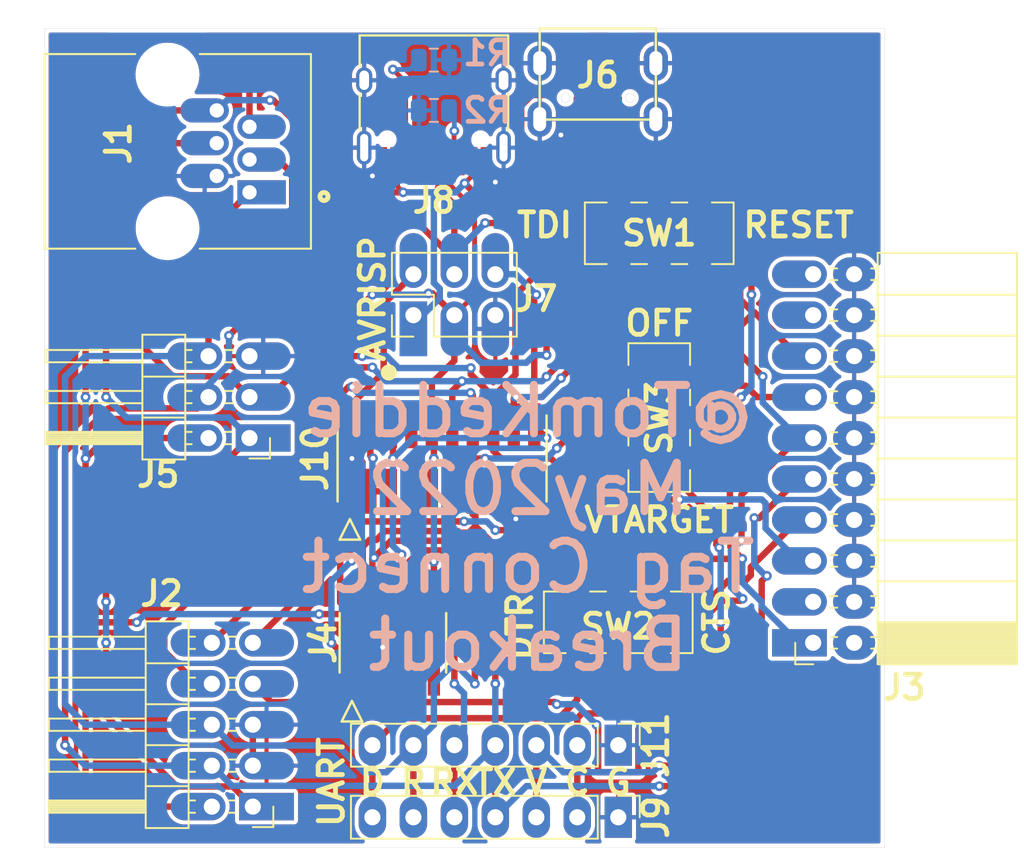
<source format=kicad_pcb>
(kicad_pcb (version 20211014) (generator pcbnew)
  (layers (0 "F.Cu" signal) (31 "B.Cu" signal) (34 "B.Paste" user) (35 "F.Paste" user) (36 "B.SilkS" user "B.Silkscreen") (37 "F.SilkS" user "F.Silkscreen") (38 "B.Mask" user) (39 "F.Mask" user) (44 "Edge.Cuts" user))
  (net 0 "")
  (net 1 "10-6")
  (net 2 "6-3")
  (net 3 "10-2")
  (net 4 "10-1")
  (net 5 "10-7")
  (net 6 "10-8")
  (net 7 "10-9")
  (net 8 "10-10")
  (net 9 "JTAG_VCC")
  (net 20 "UART_CTS")
  (net 21 "/UART_VCC_SW")
  (net 22 "UART_DTR")
  (net 34 "10-4")
  (net 35 "10-3")
  (net 36 "/USB_CC1")
  (net 37 "/USB_CC2")
  (footprint "tom-connectors:RJ12-6P-6C-SMD-RJE0166001" (layer "F.Cu") (at 43.18 88.9 -90)
    (fp_text reference "J1")
    (fp_text value "6_RJ12")
  )
  (footprint "tom-connectors:PinHeader_2x05_P2.54mm_Horizontal" (layer "F.Cu") (at 48.4675 129.54 180)
    (fp_text reference "J2")
    (fp_text value "Conn_02x05_Odd_Even")
  )
  (footprint "tom-connectors:USB_C_Receptacle_GT-USB-7010" (layer "F.Cu") (at 59.69 86.36 180)
    (fp_text reference "J8")
    (fp_text value "USB_C_Receptacle_USB2.0")
  )
  (footprint "tom-connectors:PinHeader_1x07_P2.54mm_Vertical" (layer "F.Cu") (at 71.12 130.2 -90)
    (fp_text reference "J9")
    (fp_text value "UART1")
  )
  (footprint "tom-mechanical:SW_DPDT_SMD" (layer "F.Cu") (at 73.66 93.98)
    (fp_text reference "SW1")
    (fp_text value "SW_DPDT_x2")
  )
  (footprint "tom-connectors:PinHeader_1x07_P2.54mm_Vertical" (layer "F.Cu") (at 71.12 125.73 -90)
    (fp_text reference "J11")
    (fp_text value "UART2")
  )
  (footprint "tom-connectors:FTSH-105-01-F-DV-K" (layer "F.Cu") (at 57.15 119.38)
    (fp_text reference "J4")
    (fp_text value "CORTEX10")
  )
  (footprint "tom-connectors:PinHeader_2x03_P2.54mm_Horizontal" (layer "F.Cu") (at 48.26 106.68 180)
    (fp_text reference "J5")
    (fp_text value "6_IDC")
  )
  (footprint "tom-connectors:USB_MICRO_TAOBAO_SMD_PTH" (layer "F.Cu") (at 69.85 81.28 180)
    (fp_text reference "J6")
    (fp_text value "6_USB" hide)
  )
  (footprint "tom-connectors:PinSocket_2x10_P2.54mm_Horizontal" (layer "F.Cu") (at 83.2 119.38 180)
    (fp_text reference "J3")
    (fp_text value "6_JTAG20")
  )
  (footprint "tom-connectors:FTSH-110-01-F-DV-K" (layer "F.Cu") (at 60.198 107.95)
    (fp_text reference "J10")
    (fp_text value "CORTEX20")
  )
  (footprint "tom-connectors:PinHeader_2x03_P2.54mm_Vertical" (layer "F.Cu") (at 58.42 99.06 90)
    (fp_text reference "J7")
    (fp_text value "6_AVR_ISP")
  )
  (footprint "tom-mechanical:SW_DPDT_SMD" (layer "F.Cu") (at 73.66 105.41 90)
    (fp_text reference "SW3")
    (fp_text value "SW_DPDT_x2")
  )
  (footprint "tom-mechanical:SW_DPDT_SMD" (layer "F.Cu") (at 71.12 118.11 180)
    (fp_text reference "SW2")
    (fp_text value "SW_DPDT_x2")
  )
  (footprint "tom-passives:R_0805_2012Metric" (layer "B.Cu") (at 59.69 83.24 180)
    (fp_text reference "R1")
    (fp_text value "5.1k")
  )
  (footprint "tom-passives:R_0805_2012Metric" (layer "B.Cu") (at 59.69 86.36 180)
    (fp_text reference "R2")
    (fp_text value "5.1k")
  )
  (gr_circle (center 56.896 102.616) (end 57.146 102.616) (layer "F.SilkS") (width 0.5) (fill none))
  (gr_line (start 87.63 132.08) (end 87.63 81.28) (layer "Edge.Cuts") (width 0.02))
  (gr_line (start 35.56 81.28) (end 35.56 132.08) (layer "Edge.Cuts") (width 0.02))
  (gr_line (start 87.63 81.28) (end 35.56 81.28) (layer "Edge.Cuts") (width 0.02))
  (gr_line (start 35.56 132.08) (end 87.63 132.08) (layer "Edge.Cuts") (width 0.02))
  (gr_text "@TomKeddie\nMay2022\nTag Connect\nBreakout" (at 65.532 112.268) (layer "B.SilkS") (effects (font (size 3 3) (thickness 0.5)) (justify mirror)))
  (gr_text "RX" (at 60.96 128.016) (layer "F.SilkS") (effects (font (size 1.5 1.5) (thickness 0.3))))
  (gr_text "VTARGET" (at 73.66 111.76) (layer "F.SilkS") (effects (font (size 1.5 1.5) (thickness 0.3))))
  (gr_text "TX" (at 63.5 128.016) (layer "F.SilkS") (effects (font (size 1.5 1.5) (thickness 0.3))))
  (gr_text "G" (at 71.12 128.016) (layer "F.SilkS") (effects (font (size 1.5 1.5) (thickness 0.3))))
  (gr_text "D" (at 55.88 128.016) (layer "F.SilkS") (effects (font (size 1.5 1.5) (thickness 0.3))))
  (gr_text "UART" (at 53.34 128.016 90) (layer "F.SilkS") (effects (font (size 1.5 1.5) (thickness 0.3))))
  (gr_text "C" (at 68.58 128.016) (layer "F.SilkS") (effects (font (size 1.5 1.5) (thickness 0.3))))
  (gr_text "CTS" (at 77.216 118.11 90) (layer "F.SilkS") (effects (font (size 1.5 1.5) (thickness 0.3))))
  (gr_text "AVRISP" (at 55.88 98.044 90) (layer "F.SilkS") (effects (font (size 1.5 1.5) (thickness 0.3))))
  (gr_text "TDI" (at 66.548 93.472) (layer "F.SilkS") (effects (font (size 1.5 1.5) (thickness 0.3))))
  (gr_text "DTR" (at 65.024 118.364 90) (layer "F.SilkS") (effects (font (size 1.5 1.5) (thickness 0.3))))
  (gr_text "OFF" (at 73.66 99.568) (layer "F.SilkS") (effects (font (size 1.5 1.5) (thickness 0.3))))
  (gr_text "R" (at 58.42 128.016) (layer "F.SilkS") (effects (font (size 1.5 1.5) (thickness 0.3))))
  (gr_text "V" (at 66.04 128.016) (layer "F.SilkS") (effects (font (size 1.5 1.5) (thickness 0.3))))
  (gr_text "RESET" (at 82.296 93.472) (layer "F.SilkS") (effects (font (size 1.5 1.5) (thickness 0.3))))
  (segment (start 83.2 104.14) (end 79.729245 104.14) (width 0.4) (layer "F.Cu") (net 1))
  (segment (start 45.72 101.6) (end 45.72 93.98) (width 0.4) (layer "F.Cu") (net 1))
  (segment (start 62.23 115.357164) (end 60.524238 113.651402) (width 0.4) (layer "F.Cu") (net 1))
  (segment (start 57.639489 115.703889) (end 57.639489 113.955427) (width 0.4) (layer "F.Cu") (net 1))
  (segment (start 57.15 106.045) (end 57.023 105.918) (width 0.4) (layer "F.Cu") (net 1))
  (segment (start 79.729245 104.14) (end 79.029744 103.440499) (width 0.4) (layer "F.Cu") (net 1))
  (segment (start 58.855762 113.651402) (end 57.639489 114.867675) (width 0.4) (layer "F.Cu") (net 1))
  (segment (start 65.913 105.918) (end 66.675 106.68) (width 0.4) (layer "F.Cu") (net 1))
  (segment (start 66.04 97.79) (end 65.913 97.917) (width 0.4) (layer "F.Cu") (net 1))
  (segment (start 57.639489 115.703889) (end 57.15 116.193378) (width 0.4) (layer "F.Cu") (net 1))
  (segment (start 77.979777 103.910978) (end 67.920022 103.910978) (width 0.4) (layer "F.Cu") (net 1))
  (segment (start 57.639489 114.867675) (end 57.639489 115.703889) (width 0.4) (layer "F.Cu") (net 1))
  (segment (start 79.029744 103.440499) (end 78.450256 103.440499) (width 0.4) (layer "F.Cu") (net 1))
  (segment (start 57.639489 113.955427) (end 57.688899 113.906017) (width 0.4) (layer "F.Cu") (net 1))
  (segment (start 58.42 130.2) (end 58.42 125.73) (width 0.4) (layer "F.Cu") (net 1))
  (segment (start 45.72 93.98) (end 48.26 91.44) (width 0.4) (layer "F.Cu") (net 1))
  (segment (start 67.920022 103.910978) (end 65.913 105.918) (width 0.4) (layer "F.Cu") (net 1))
  (segment (start 62.23 121.92) (end 62.23 115.357164) (width 0.4) (layer "F.Cu") (net 1))
  (segment (start 57.15 107.95) (end 57.15 106.045) (width 0.4) (layer "F.Cu") (net 1))
  (segment (start 78.450256 103.440499) (end 77.979777 103.910978) (width 0.4) (layer "F.Cu") (net 1))
  (segment (start 57.15 116.193378) (end 57.15 117.602) (width 0.4) (layer "F.Cu") (net 1))
  (segment (start 60.524238 113.651402) (end 58.855762 113.651402) (width 0.4) (layer "F.Cu") (net 1))
  (segment (start 65.913 97.917) (end 65.913 105.918) (width 0.4) (layer "F.Cu") (net 1))
  (via (at 57.688899 113.906017) (size 0.6) (drill 0.3) (layers "F.Cu" "B.Cu") (net 1))
  (via (at 62.23 121.92) (size 0.6) (drill 0.3) (layers "F.Cu" "B.Cu") (net 1))
  (via (at 66.675 106.68) (size 0.6) (drill 0.3) (layers "F.Cu" "B.Cu") (net 1))
  (via (at 66.04 97.79) (size 0.6) (drill 0.3) (layers "F.Cu" "B.Cu") (net 1))
  (via (at 57.15 107.95) (size 0.6) (drill 0.3) (layers "F.Cu" "B.Cu") (net 1))
  (segment (start 47.21798 125.75048) (end 53.708392 125.75048) (width 0.4) (layer "B.Cu") (net 1))
  (segment (start 36.83 123.19) (end 36.83 102.87) (width 0.4) (layer "B.Cu") (net 1))
  (segment (start 64.77 96.52) (end 66.04 97.79) (width 0.4) (layer "B.Cu") (net 1))
  (segment (start 58.42 125.73) (end 59.69 124.46) (width 0.4) (layer "B.Cu") (net 1))
  (segment (start 60.96 120.65) (end 59.69 121.92) (width 0.4) (layer "B.Cu") (net 1))
  (segment (start 62.23 121.92) (end 60.96 120.65) (width 0.4) (layer "B.Cu") (net 1))
  (segment (start 36.83 102.87) (end 38.1 101.6) (width 0.4) (layer "B.Cu") (net 1))
  (segment (start 57.15 113.367118) (end 57.688899 113.906017) (width 0.4) (layer "B.Cu") (net 1))
  (segment (start 45.9275 124.46) (end 47.21798 125.75048) (width 0.4) (layer "B.Cu") (net 1))
  (segment (start 59.69 121.92) (end 59.69 123.19) (width 0.4) (layer "B.Cu") (net 1))
  (segment (start 56.74548 127.40452) (end 58.42 125.73) (width 0.4) (layer "B.Cu") (net 1))
  (segment (start 38.1 101.6) (end 45.72 101.6) (width 0.4) (layer "B.Cu") (net 1))
  (segment (start 58.42 106.68) (end 57.15 107.95) (width 0.4) (layer "B.Cu") (net 1))
  (segment (start 38.1 124.46) (end 36.83 123.19) (width 0.4) (layer "B.Cu") (net 1))
  (segment (start 55.362432 127.40452) (end 56.74548 127.40452) (width 0.4) (layer "B.Cu") (net 1))
  (segment (start 53.708392 125.75048) (end 55.362432 127.40452) (width 0.4) (layer "B.Cu") (net 1))
  (segment (start 45.9275 124.46) (end 38.1 124.46) (width 0.4) (layer "B.Cu") (net 1))
  (segment (start 57.15 107.95) (end 57.15 113.367118) (width 0.4) (layer "B.Cu") (net 1))
  (segment (start 63.5 96.52) (end 64.77 96.52) (width 0.4) (layer "B.Cu") (net 1))
  (segment (start 59.69 124.46) (end 59.69 123.19) (width 0.4) (layer "B.Cu") (net 1))
  (segment (start 66.675 106.68) (end 58.42 106.68) (width 0.4) (layer "B.Cu") (net 1))
  (segment (start 41.005479 100.352567) (end 41.005479 89.804521) (width 0.4) (layer "F.Cu") (net 2))
  (segment (start 73.66 92.44) (end 71.485 94.615) (width 0.4) (layer "F.Cu") (net 2))
  (segment (start 62.215499 97.804501) (end 60.96 99.06) (width 0.3) (layer "F.Cu") (net 2))
  (segment (start 41.005479 89.804521) (end 42.418 88.392) (width 0.4) (layer "F.Cu") (net 2))
  (segment (start 73.66 90.44) (end 73.66 91.44) (width 0.4) (layer "F.Cu") (net 2))
  (segment (start 60.44 88.285978) (end 60.439511 88.285489) (width 0.3) (layer "F.Cu") (net 2))
  (segment (start 49.53 104.14) (end 55.88 97.79) (width 0.4) (layer "F.Cu") (net 2))
  (segment (start 70.225978 94.615) (end 66.675 98.165978) (width 0.4) (layer "F.Cu") (net 2))
  (segment (start 60.96 118.872) (end 59.69 117.602) (width 0.4) (layer "F.Cu") (net 2))
  (segment (start 60.96 121.92) (end 60.96 118.872) (width 0.4) (layer "F.Cu") (net 2))
  (segment (start 43.502432 102.84952) (end 41.005479 100.352567) (width 0.4) (layer "F.Cu") (net 2))
  (segment (start 66.675 98.165978) (end 66.675 101.5355) (width 0.4) (layer "F.Cu") (net 2))
  (segment (start 59.44 88.285978) (end 59.44 89.51) (width 0.3) (layer "F.Cu") (net 2))
  (segment (start 59.610498 97.710498) (end 60.96 99.06) (width 0.4) (layer "F.Cu") (net 2))
  (segment (start 59.69 106.045) (end 59.563 105.918) (width 0.4) (layer "F.Cu") (net 2))
  (segment (start 46.96952 102.84952) (end 43.502432 102.84952) (width 0.4) (layer "F.Cu") (net 2))
  (segment (start 60.439511 88.285489) (end 59.440489 88.285489) (width 0.3) (layer "F.Cu") (net 2))
  (segment (start 42.418 88.392) (end 46.228 88.392) (width 0.4) (layer "F.Cu") (net 2))
  (segment (start 70.5 86.84) (end 70.5 88.514022) (width 0.4) (layer "F.Cu") (net 2))
  (segment (start 70.550489 88.564511) (end 71.784511 88.564511) (width 0.4) (layer "F.Cu") (net 2))
  (segment (start 59.69 117.602) (end 59.69 114.350902) (width 0.4) (layer "F.Cu") (net 2))
  (segment (start 59.69 107.95) (end 59.69 106.045) (width 0.4) (layer "F.Cu") (net 2))
  (segment (start 71.784511 88.564511) (end 73.66 90.44) (width 0.4) (layer "F.Cu") (net 2))
  (segment (start 73.66 91.44) (end 73.66 92.44) (width 0.4) (layer "F.Cu") (net 2))
  (segment (start 70.5 88.514022) (end 70.550489 88.564511) (width 0.4) (layer "F.Cu") (net 2))
  (segment (start 59.563 105.918) (end 59.563 103.277755) (width 0.4) (layer "F.Cu") (net 2))
  (segment (start 60.96 101.880755) (end 60.96 99.06) (width 0.4) (layer "F.Cu") (net 2))
  (segment (start 62.215499 92.509521) (end 62.215499 97.804501) (width 0.3) (layer "F.Cu") (net 2))
  (segment (start 48.26 104.14) (end 46.96952 102.84952) (width 0.4) (layer "F.Cu") (net 2))
  (segment (start 59.355464 97.710498) (end 59.610498 97.710498) (width 0.4) (layer "F.Cu") (net 2))
  (segment (start 59.563 103.277755) (end 60.96 101.880755) (width 0.4) (layer "F.Cu") (net 2))
  (segment (start 59.440489 88.285489) (end 59.44 88.285978) (width 0.3) (layer "F.Cu") (net 2))
  (segment (start 71.485 94.615) (end 70.225978 94.615) (width 0.4) (layer "F.Cu") (net 2))
  (segment (start 48.26 104.14) (end 49.53 104.14) (width 0.4) (layer "F.Cu") (net 2))
  (segment (start 60.96 130.2) (end 60.96 125.73) (width 0.4) (layer "F.Cu") (net 2))
  (segment (start 60.44 89.51) (end 60.44 90.734022) (width 0.3) (layer "F.Cu") (net 2))
  (segment (start 60.44 90.734022) (end 62.215499 92.509521) (width 0.3) (layer "F.Cu") (net 2))
  (segment (start 60.44 89.51) (end 60.44 88.285978) (width 0.3) (layer "F.Cu") (net 2))
  (via (at 59.69 114.350902) (size 0.6) (drill 0.3) (layers "F.Cu" "B.Cu") (net 2))
  (via (at 60.96 121.92) (size 0.6) (drill 0.3) (layers "F.Cu" "B.Cu") (net 2))
  (via (at 55.88 97.79) (size 0.6) (drill 0.3) (layers "F.Cu" "B.Cu") (net 2))
  (via (at 59.69 107.95) (size 0.6) (drill 0.3) (layers "F.Cu" "B.Cu") (net 2))
  (via (at 66.675 101.5355) (size 0.6) (drill 0.3) (layers "F.Cu" "B.Cu") (net 2))
  (via (at 59.355464 97.710498) (size 0.6) (drill 0.3) (layers "F.Cu" "B.Cu") (net 2))
  (segment (start 59.69 107.95) (end 59.69 114.350902) (width 0.4) (layer "B.Cu") (net 2))
  (segment (start 60.96 99.06) (end 60.96 100.33) (width 0.4) (layer "B.Cu") (net 2))
  (segment (start 55.88 97.79) (end 59.275962 97.79) (width 0.4) (layer "B.Cu") (net 2))
  (segment (start 65.417644 102.00952) (end 65.891664 101.5355) (width 0.4) (layer "B.Cu") (net 2))
  (segment (start 61.559511 122.519511) (end 60.96 121.92) (width 0.4) (layer "B.Cu") (net 2))
  (segment (start 59.275962 97.79) (end 59.355464 97.710498) (width 0.4) (layer "B.Cu") (net 2))
  (segment (start 60.96 125.73) (end 61.559511 125.130489) (width 0.4) (layer "B.Cu") (net 2))
  (segment (start 62.63952 102.00952) (end 65.417644 102.00952) (width 0.4) (layer "B.Cu") (net 2))
  (segment (start 61.559511 125.130489) (end 61.559511 122.519511) (width 0.4) (layer "B.Cu") (net 2))
  (segment (start 65.891664 101.5355) (end 66.675 101.5355) (width 0.4) (layer "B.Cu") (net 2))
  (segment (start 60.96 100.33) (end 62.63952 102.00952) (width 0.4) (layer "B.Cu") (net 2))
  (segment (start 48.26 87.376) (end 48.26 85.09) (width 0.4) (layer "F.Cu") (net 3))
  (segment (start 62.263545 112.14779) (end 62.263545 110.142545) (width 0.4) (layer "F.Cu") (net 3))
  (segment (start 38.1 119.38) (end 38.1 128.27) (width 0.4) (layer "F.Cu") (net 3))
  (segment (start 54.483 105.918) (end 54.483 104.685745) (width 0.4) (layer "F.Cu") (net 3))
  (segment (start 53.702489 106.698511) (end 54.483 105.918) (width 0.4) (layer "F.Cu") (net 3))
  (segment (start 56.579501 98.360499) (end 58.42 96.52) (width 0.4) (layer "F.Cu") (net 3))
  (segment (start 39.957021 81.962979) (end 45.132979 81.962979) (width 0.4) (layer "F.Cu") (net 3))
  (segment (start 38.1 83.82) (end 39.957021 81.962979) (width 0.4) (layer "F.Cu") (net 3))
  (segment (start 45.72 106.68) (end 39.37 106.68) (width 0.4) (layer "F.Cu") (net 3))
  (segment (start 82.266186 111.76) (end 79.339511 114.686675) (width 0.4) (layer "F.Cu") (net 3))
  (segment (start 54.61 117.602) (end 53.881478 116.873478) (width 0.4) (layer "F.Cu") (net 3))
  (segment (start 62.263545 112.142613) (end 61.853788 112.55237) (width 0.4) (layer "F.Cu") (net 3))
  (segment (start 54.483 104.685745) (end 56.579501 102.589244) (width 0.4) (layer "F.Cu") (net 3))
  (segment (start 54.61 117.602) (end 52.578 117.602) (width 0.4) (layer "F.Cu") (net 3))
  (segment (start 56.579501 102.589244) (end 56.579501 98.360499) (width 0.4) (layer "F.Cu") (net 3))
  (segment (start 53.702489 114.138217) (end 53.702489 106.698511) (width 0.4) (layer "F.Cu") (net 3))
  (segment (start 61.2743 112.55237) (end 61.17431 112.45238) (width 0.4) (layer "F.Cu") (net 3))
  (segment (start 73.259511 117.510489) (end 71.12 119.65) (width 0.4) (layer "F.Cu") (net 3))
  (segment (start 71.12 119.65) (end 71.12 120.65) (width 0.4) (layer "F.Cu") (net 3))
  (segment (start 55.705715 112.99451) (end 55.28049 113.419735) (width 0.4) (layer "F.Cu") (net 3))
  (segment (start 62.263545 110.142545) (end 62.103 109.982) (width 0.4) (layer "F.Cu") (net 3))
  (segment (start 41.275 118.11) (end 38.1 118.11) (width 0.4) (layer "F.Cu") (net 3))
  (segment (start 45.132979 81.962979) (end 48.26 85.09) (width 0.4) (layer "F.Cu") (net 3))
  (segment (start 54.61 115.7034) (end 54.61 117.602) (width 0.4) (layer "F.Cu") (net 3))
  (segment (start 38.1 128.27) (end 39.37 129.54) (width 0.4) (layer "F.Cu") (net 3))
  (segment (start 55.28049 113.419735) (end 55.28049 115.03291) (width 0.4) (layer "F.Cu") (net 3))
  (segment (start 38.1 118.11) (end 38.1 119.38) (width 0.4) (layer "F.Cu") (net 3))
  (segment (start 39.37 106.68) (end 38.1 107.95) (width 0.4) (layer "F.Cu") (net 3))
  (segment (start 61.853788 112.55237) (end 61.2743 112.55237) (width 0.4) (layer "F.Cu") (net 3))
  (segment (start 39.37 129.54) (end 45.9275 129.54) (width 0.4) (layer "F.Cu") (net 3))
  (segment (start 61.17431 112.45238) (end 56.670456 112.45238) (width 0.4) (layer "F.Cu") (net 3))
  (segment (start 53.881478 116.873478) (end 53.881478 114.317206) (width 0.4) (layer "F.Cu") (net 3))
  (segment (start 75.951675 117.510489) (end 73.259511 117.510489) (width 0.4) (layer "F.Cu") (net 3))
  (segment (start 79.339511 115.183325) (end 78.988325 115.534511) (width 0.4) (layer "F.Cu") (net 3))
  (segment (start 77.927653 115.534511) (end 75.951675 117.510489) (width 0.4) (layer "F.Cu") (net 3))
  (segment (start 68.939511 117.469511) (end 67.585266 117.469511) (width 0.4) (layer "F.Cu") (net 3))
  (segment (start 38.1 83.82) (end 38.1 104.14) (width 0.4) (layer "F.Cu") (net 3))
  (segment (start 62.103 109.982) (end 62.103 111.40258) (width 0.4) (layer "F.Cu") (net 3))
  (segment (start 62.103 111.40258) (end 62.263545 111.563125) (width 0.4) (layer "F.Cu") (net 3))
  (segment (start 56.670456 112.45238) (end 56.128326 112.99451) (width 0.4) (layer "F.Cu") (net 3))
  (segment (start 56.128326 112.99451) (end 55.705715 112.99451) (width 0.4) (layer "F.Cu") (net 3))
  (segment (start 67.585266 117.469511) (end 62.263545 112.14779) (width 0.4) (layer "F.Cu") (net 3))
  (segment (start 78.988325 115.534511) (end 77.927653 115.534511) (width 0.4) (layer "F.Cu") (net 3))
  (segment (start 83.2 111.76) (end 82.266186 111.76) (width 0.4) (layer "F.Cu") (net 3))
  (segment (start 38.1 107.95) (end 38.1 118.11) (width 0.4) (layer "F.Cu") (net 3))
  (segment (start 79.339511 114.686675) (end 79.339511 115.183325) (width 0.4) (layer "F.Cu") (net 3))
  (segment (start 53.881478 114.317206) (end 53.702489 114.138217) (width 0.4) (layer "F.Cu") (net 3))
  (segment (start 55.28049 115.03291) (end 54.61 115.7034) (width 0.4) (layer "F.Cu") (net 3))
  (segment (start 71.12 119.65) (end 68.939511 117.469511) (width 0.4) (layer "F.Cu") (net 3))
  (segment (start 62.263545 111.563125) (end 62.263545 112.142613) (width 0.4) (layer "F.Cu") (net 3))
  (via (at 38.1 107.95) (size 0.6) (drill 0.3) (layers "F.Cu" "B.Cu") (net 3))
  (via (at 41.275 118.11) (size 0.6) (drill 0.3) (layers "F.Cu" "B.Cu") (net 3))
  (via (at 52.578 117.602) (size 0.6) (drill 0.3) (layers "F.Cu" "B.Cu") (net 3))
  (via (at 38.1 104.14) (size 0.6) (drill 0.3) (layers "F.Cu" "B.Cu") (net 3))
  (segment (start 41.783 117.602) (end 41.275 118.11) (width 0.4) (layer "B.Cu") (net 3))
  (segment (start 52.578 117.602) (end 41.783 117.602) (width 0.4) (layer "B.Cu") (net 3))
  (segment (start 38.1 104.14) (end 38.1 107.95) (width 0.4) (layer "B.Cu") (net 3))
  (segment (start 70.819501 84.835479) (end 67.541608 84.835479) (width 0.4) (layer "F.Cu") (net 4))
  (segment (start 73.850489 89.540489) (end 77.109511 89.540489) (width 0.4) (layer "F.Cu") (net 4))
  (segment (start 57.44 91.095) (end 57.785 91.44) (width 0.3) (layer "F.Cu") (net 4))
  (segment (start 77.109511 89.540489) (end 79.375 91.805978) (width 0.4) (layer "F.Cu") (net 4))
  (segment (start 57.44 89.51) (end 57.44 91.095) (width 0.3) (layer "F.Cu") (net 4))
  (segment (start 66.976607 85.40048) (end 65.773854 85.40048) (width 0.4) (layer "F.Cu") (net 4))
  (segment (start 60.833 109.982) (end 60.833 108.185) (width 0.4) (layer "F.Cu") (net 4))
  (segment (start 63.789744 91.504501) (end 62.215981 91.504501) (width 0.4) (layer "F.Cu") (net 4))
  (segment (start 60.833 108.185) (end 61.068 107.95) (width 0.4) (layer "F.Cu") (net 4))
  (segment (start 61.068 107.95) (end 62.865 107.95) (width 0.4) (layer "F.Cu") (net 4))
  (segment (start 62.215981 91.504501) (end 61.595946 90.884466) (width 0.4) (layer "F.Cu") (net 4))
  (segment (start 68.58 105.150978) (end 68.58 106.41) (width 0.4) (layer "F.Cu") (net 4))
  (segment (start 76.2 105.41) (end 75.300489 104.510489) (width 0.4) (layer "F.Cu") (net 4))
  (segment (start 71.105479 85.121457) (end 70.819501 84.835479) (width 0.4) (layer "F.Cu") (net 4))
  (segment (start 40.64 109.22) (end 39.37 110.49) (width 0.4) (layer "F.Cu") (net 4))
  (segment (start 39.37 87.63) (end 39.37 104.14) (width 0.4) (layer "F.Cu") (net 4))
  (segment (start 75.300489 104.510489) (end 69.220489 104.510489) (width 0.4) (layer "F.Cu") (net 4))
  (segment (start 65.773854 85.40048) (end 65.10048 86.073854) (width 0.4) (layer "F.Cu") (net 4))
  (segment (start 65.10048 86.073854) (end 65.10048 90.193765) (width 0.4) (layer "F.Cu") (net 4))
  (segment (start 78.74 104.14) (end 77.47 105.41) (width 0.4) (layer "F.Cu") (net 4))
  (segment (start 71.15 86.84) (end 73.850489 89.540489) (width 0.4) (layer "F.Cu") (net 4))
  (segment (start 71.105479 86.795479) (end 71.105479 85.121457) (width 0.4) (layer "F.Cu") (net 4))
  (segment (start 71.15 86.84) (end 71.105479 86.795479) (width 0.4) (layer "F.Cu") (net 4))
  (segment (start 48.26 106.68) (end 45.72 109.22) (width 0.4) (layer "F.Cu") (net 4))
  (segment (start 39.37 123.909588) (end 43.750892 128.29048) (width 0.4) (layer "F.Cu") (net 4))
  (segment (start 43.750892 128.29048) (end 47.21798 128.29048) (width 0.4) (layer "F.Cu") (net 4))
  (segment (start 70.12 107.95) (end 71.12 107.95) (width 0.4) (layer "F.Cu") (net 4))
  (segment (start 62.24 89.51) (end 62.24 90.240412) (width 0.3) (layer "F.Cu") (net 4))
  (segment (start 47.21798 128.29048) (end 48.4675 129.54) (width 0.4) (layer "F.Cu") (net 4))
  (segment (start 49.53 85.725) (end 49.734666 85.725) (width 0.4) (layer "F.Cu") (net 4))
  (segment (start 45.72 109.22) (end 40.64 109.22) (width 0.4) (layer "F.Cu") (net 4))
  (segment (start 39.37 110.49) (end 39.37 116.84) (width 0.4) (layer "F.Cu") (net 4))
  (segment (start 67.31 107.315) (end 68.215 106.41) (width 0.4) (layer "F.Cu") (net 4))
  (segment (start 69.220489 104.510489) (end 68.58 105.150978) (width 0.4) (layer "F.Cu") (net 4))
  (segment (start 68.215 106.41) (end 68.58 106.41) (width 0.4) (layer "F.Cu") (net 4))
  (segment (start 40.64 86.36) (end 39.37 87.63) (width 0.4) (layer "F.Cu") (net 4))
  (segment (start 39.37 119.38) (end 39.37 123.909588) (width 0.4) (layer "F.Cu") (net 4))
  (segment (start 65.10048 90.193765) (end 63.789744 91.504501) (width 0.4) (layer "F.Cu") (net 4))
  (segment (start 62.24 90.240412) (end 61.595946 90.884466) (width 0.3) (layer "F.Cu") (net 4))
  (segment (start 68.58 106.41) (end 70.12 107.95) (width 0.4) (layer "F.Cu") (net 4))
  (segment (start 46.23 86.36) (end 40.64 86.36) (width 0.4) (layer "F.Cu") (net 4))
  (segment (start 49.734666 85.725) (end 55.449666 91.44) (width 0.4) (layer "F.Cu") (net 4))
  (segment (start 77.47 105.41) (end 76.2 105.41) (width 0.4) (layer "F.Cu") (net 4))
  (segment (start 55.449666 91.44) (end 57.785 91.44) (width 0.4) (layer "F.Cu") (net 4))
  (segment (start 67.541608 84.835479) (end 66.976607 85.40048) (width 0.4) (layer "F.Cu") (net 4))
  (segment (start 79.375 91.805978) (end 79.375 97.79) (width 0.4) (layer "F.Cu") (net 4))
  (via (at 78.74 104.14) (size 0.6) (drill 0.3) (layers "F.Cu" "B.Cu") (net 4))
  (via (at 49.53 85.725) (size 0.6) (drill 0.3) (layers "F.Cu" "B.Cu") (net 4))
  (via (at 39.37 104.14) (size 0.6) (drill 0.3) (layers "F.Cu" "B.Cu") (net 4))
  (via (at 62.865 107.95) (size 0.6) (drill 0.3) (layers "F.Cu" "B.Cu") (net 4))
  (via (at 39.37 116.84) (size 0.6) (drill 0.3) (layers "F.Cu" "B.Cu") (net 4))
  (via (at 57.785 91.44) (size 0.6) (drill 0.3) (layers "F.Cu" "B.Cu") (net 4))
  (via (at 39.37 119.38) (size 0.6) (drill 0.3) (layers "F.Cu" "B.Cu") (net 4))
  (via (at 61.595946 90.884466) (size 0.6) (drill 0.3) (layers "F.Cu" "B.Cu") (net 4))
  (via (at 79.375 97.79) (size 0.6) (drill 0.3) (layers "F.Cu" "B.Cu") (net 4))
  (via (at 67.31 107.315) (size 0.6) (drill 0.3) (layers "F.Cu" "B.Cu") (net 4))
  (segment (start 62.865 107.95) (end 66.675 107.95) (width 0.4) (layer "B.Cu") (net 4))
  (segment (start 60.054965 98.000242) (end 60.054965 97.420754) (width 0.4) (layer "B.Cu") (net 4))
  (segment (start 57.785 91.44) (end 61.040412 91.44) (width 0.4) (layer "B.Cu") (net 4))
  (segment (start 39.37 118.11) (end 39.37 119.38) (width 0.4) (layer "B.Cu") (net 4))
  (segment (start 66.675 107.95) (end 67.31 107.315) (width 0.4) (layer "B.Cu") (net 4))
  (segment (start 79.375 103.505) (end 78.74 104.14) (width 0.4) (layer "B.Cu") (net 4))
  (segment (start 58.995207 99.06) (end 60.054965 98.000242) (width 0.4) (layer "B.Cu") (net 4))
  (segment (start 46.23 86.36) (end 46.865 85.725) (width 0.4) (layer "B.Cu") (net 4))
  (segment (start 79.375 97.79) (end 79.375 103.505) (width 0.4) (layer "B.Cu") (net 4))
  (segment (start 40.64 105.41) (end 46.99 105.41) (width 0.4) (layer "B.Cu") (net 4))
  (segment (start 61.040412 91.44) (end 61.595946 90.884466) (width 0.4) (layer "B.Cu") (net 4))
  (segment (start 60.054965 97.420754) (end 59.69 97.055789) (width 0.4) (layer "B.Cu") (net 4))
  (segment (start 46.865 85.725) (end 49.53 85.725) (width 0.4) (layer "B.Cu") (net 4))
  (segment (start 39.37 104.14) (end 40.64 105.41) (width 0.4) (layer "B.Cu") (net 4))
  (segment (start 59.69 97.055789) (end 59.69 91.44) (width 0.4) (layer "B.Cu") (net 4))
  (segment (start 58.42 99.06) (end 58.995207 99.06) (width 0.4) (layer "B.Cu") (net 4))
  (segment (start 46.99 105.41) (end 48.26 106.68) (width 0.4) (layer "B.Cu") (net 4))
  (segment (start 39.37 116.84) (end 39.37 118.11) (width 0.4) (layer "B.Cu") (net 4))
  (segment (start 76.2 120.909022) (end 76.2 118.11) (width 0.4) (layer "F.Cu") (net 5))
  (segment (start 72.369511 124.739511) (end 76.2 120.909022) (width 0.4) (layer "F.Cu") (net 5))
  (segment (start 82.272912 106.68) (end 78.758758 110.194154) (width 0.4) (layer "F.Cu") (net 5))
  (segment (start 68.934244 101.6) (end 78.8045 101.6) (width 0.4) (layer "F.Cu") (net 5))
  (segment (start 49.603611 123.056111) (end 67.176111 123.056111) (width 0.4) (layer "F.Cu") (net 5))
  (segment (start 69.770498 124.46) (end 69.870489 124.559991) (width 0.4) (layer "F.Cu") (net 5))
  (segment (start 83.2 106.68) (end 82.272912 106.68) (width 0.4) (layer "F.Cu") (net 5))
  (segment (start 64.643 104.267) (end 64.643 105.918) (width 0.4) (layer "F.Cu") (net 5))
  (segment (start 67.176111 123.056111) (end 67.31 123.19) (width 0.4) (layer "F.Cu") (net 5))
  (segment (start 78.8045 101.6) (end 80.0745 102.87) (width 0.4) (layer "F.Cu") (net 5))
  (segment (start 72.369511 127.404511) (end 72.369511 124.739511) (width 0.4) (layer "F.Cu") (net 5))
  (segment (start 67.569373 102.964871) (end 68.934244 101.6) (width 0.4) (layer "F.Cu") (net 5))
  (segment (start 77.540979 116.769021) (end 78.71317 116.769021) (width 0.4) (layer "F.Cu") (net 5))
  (segment (start 69.870489 127.404511) (end 72.369511 127.404511) (width 0.4) (layer "F.Cu") (net 5))
  (segment (start 78.71317 116.769021) (end 78.831474 116.650717) (width 0.4) (layer "F.Cu") (net 5))
  (segment (start 78.758758 110.194154) (end 78.758758 113.025707) (width 0.4) (layer "F.Cu") (net 5))
  (segment (start 69.870489 124.559991) (end 69.870489 127.404511) (width 0.4) (layer "F.Cu") (net 5))
  (segment (start 64.77 104.14) (end 64.643 104.267) (width 0.4) (layer "F.Cu") (net 5))
  (segment (start 48.4675 121.92) (end 49.603611 123.056111) (width 0.4) (layer "F.Cu") (net 5))
  (segment (start 76.2 118.11) (end 77.540979 116.769021) (width 0.4) (layer "F.Cu") (net 5))
  (via (at 69.770498 124.46) (size 0.6) (drill 0.3) (layers "F.Cu" "B.Cu") (net 5))
  (via (at 64.77 104.14) (size 0.6) (drill 0.3) (layers "F.Cu" "B.Cu") (net 5))
  (via (at 67.569373 102.964871) (size 0.6) (drill 0.3) (layers "F.Cu" "B.Cu") (net 5))
  (via (at 80.0745 102.87) (size 0.6) (drill 0.3) (layers "F.Cu" "B.Cu") (net 5))
  (via (at 67.31 123.19) (size 0.6) (drill 0.3) (layers "F.Cu" "B.Cu") (net 5))
  (via (at 78.831474 116.650717) (size 0.6) (drill 0.3) (layers "F.Cu" "B.Cu") (net 5))
  (via (at 78.758758 113.025707) (size 0.6) (drill 0.3) (layers "F.Cu" "B.Cu") (net 5))
  (segment (start 80.0745 104.481588) (end 80.0745 102.87) (width 0.4) (layer "B.Cu") (net 5))
  (segment (start 67.31 123.19) (end 68.500498 123.19) (width 0.4) (layer "B.Cu") (net 5))
  (segment (start 82.272912 106.68) (end 80.0745 104.481588) (width 0.4) (layer "B.Cu") (net 5))
  (segment (start 78.105 115.924243) (end 78.831474 116.650717) (width 0.4) (layer "B.Cu") (net 5))
  (segment (start 64.77 104.14) (end 66.394245 104.14) (width 0.4) (layer "B.Cu") (net 5))
  (segment (start 83.2 106.68) (end 82.272912 106.68) (width 0.4) (layer "B.Cu") (net 5))
  (segment (start 68.500498 123.19) (end 69.770498 124.46) (width 0.4) (layer "B.Cu") (net 5))
  (segment (start 78.758758 113.025707) (end 78.105 113.679465) (width 0.4) (layer "B.Cu") (net 5))
  (segment (start 66.394245 104.14) (end 67.569373 102.964871) (width 0.4) (layer "B.Cu") (net 5))
  (segment (start 78.105 113.679465) (end 78.105 115.924243) (width 0.4) (layer "B.Cu") (net 5))
  (segment (start 74.93 110.49) (end 69.495755 110.49) (width 0.4) (layer "F.Cu") (net 6))
  (segment (start 66.955755 107.95) (end 63.854245 107.95) (width 0.4) (layer "F.Cu") (net 6))
  (segment (start 64.74952 97.81048) (end 64.74952 102.74448) (width 0.4) (layer "F.Cu") (net 6))
  (segment (start 42.97798 118.31202) (end 50.165 111.125) (width 0.4) (layer "F.Cu") (net 6))
  (segment (start 45.000412 121.92) (end 42.97798 119.897568) (width 0.4) (layer "F.Cu") (net 6))
  (segment (start 63.373 104.121) (end 61.979297 102.727297) (width 0.4) (layer "F.Cu") (net 6))
  (segment (start 45.9275 121.92) (end 45.000412 121.92) (width 0.4) (layer "F.Cu") (net 6))
  (segment (start 64.74952 102.74448) (end 63.373 104.121) (width 0.4) (layer "F.Cu") (net 6))
  (segment (start 50.165 111.125) (end 51.903947 109.386053) (width 0.4) (layer "F.Cu") (net 6))
  (segment (start 63.854245 107.95) (end 63.373 107.468755) (width 0.4) (layer "F.Cu") (net 6))
  (segment (start 69.495755 110.49) (end 66.955755 107.95) (width 0.4) (layer "F.Cu") (net 6))
  (segment (start 51.903947 109.386053) (end 51.903947 104.306053) (width 0.4) (layer "F.Cu") (net 6))
  (segment (start 71.12 91.44) (end 64.74952 97.81048) (width 0.4) (layer "F.Cu") (net 6))
  (segment (start 42.97798 119.897568) (end 42.97798 118.31202) (width 0.4) (layer "F.Cu") (net 6))
  (segment (start 54.61 101.6) (end 55.245 101.6) (width 0.4) (layer "F.Cu") (net 6))
  (segment (start 51.903947 104.306053) (end 54.61 101.6) (width 0.4) (layer "F.Cu") (net 6))
  (segment (start 63.373 107.468755) (end 63.373 105.918) (width 0.4) (layer "F.Cu") (net 6))
  (segment (start 63.373 104.121) (end 63.373 105.918) (width 0.4) (layer "F.Cu") (net 6))
  (segment (start 61.979297 102.727297) (end 61.979297 102.33854) (width 0.4) (layer "F.Cu") (net 6))
  (via (at 55.245 101.6) (size 0.6) (drill 0.3) (layers "F.Cu" "B.Cu") (net 6))
  (via (at 74.93 110.49) (size 0.6) (drill 0.3) (layers "F.Cu" "B.Cu") (net 6))
  (via (at 61.979297 102.33854) (size 0.6) (drill 0.3) (layers "F.Cu" "B.Cu") (net 6))
  (segment (start 80.25048 110.73048) (end 80.01 110.49) (width 0.4) (layer "B.Cu") (net 6))
  (segment (start 55.245 101.6) (end 56.760978 101.6) (width 0.4) (layer "B.Cu") (net 6))
  (segment (start 82.272912 114.3) (end 80.25048 112.277568) (width 0.4) (layer "B.Cu") (net 6))
  (segment (start 80.01 110.49) (end 74.93 110.49) (width 0.4) (layer "B.Cu") (net 6))
  (segment (start 56.760978 101.6) (end 57.499518 102.33854) (width 0.4) (layer "B.Cu") (net 6))
  (segment (start 57.499518 102.33854) (end 61.979297 102.33854) (width 0.4) (layer "B.Cu") (net 6))
  (segment (start 80.25048 112.277568) (end 80.25048 110.73048) (width 0.4) (layer "B.Cu") (net 6))
  (segment (start 83.2 114.3) (end 82.272912 114.3) (width 0.4) (layer "B.Cu") (net 6))
  (segment (start 53.102978 104.80268) (end 54.40066 103.505) (width 0.4) (layer "F.Cu") (net 7))
  (segment (start 53.102978 114.744522) (end 53.102978 104.80268) (width 0.4) (layer "F.Cu") (net 7))
  (segment (start 62.103 104.013) (end 61.965913 103.875913) (width 0.4) (layer "F.Cu") (net 7))
  (segment (start 54.40066 103.505) (end 54.61 103.505) (width 0.4) (layer "F.Cu") (net 7))
  (segment (start 62.103 105.918) (end 62.103 104.013) (width 0.4) (layer "F.Cu") (net 7))
  (segment (start 48.4675 119.38) (end 53.102978 114.744522) (width 0.4) (layer "F.Cu") (net 7))
  (via (at 61.965913 103.875913) (size 0.6) (drill 0.3) (layers "F.Cu" "B.Cu") (net 7))
  (via (at 54.61 103.505) (size 0.6) (drill 0.3) (layers "F.Cu" "B.Cu") (net 7))
  (segment (start 54.61 103.505) (end 54.980913 103.875913) (width 0.4) (layer "B.Cu") (net 7))
  (segment (start 54.980913 103.875913) (end 61.965913 103.875913) (width 0.4) (layer "B.Cu") (net 7))
  (segment (start 69.85 99.695) (end 78.74 99.695) (width 0.4) (layer "F.Cu") (net 8))
  (segment (start 78.74 99.695) (end 79.553956 98.881044) (width 0.4) (layer "F.Cu") (net 8))
  (segment (start 60.833 105.918) (end 60.833 103.747644) (width 0.4) (layer "F.Cu") (net 8))
  (segment (start 54.758335 102.299501) (end 55.88 102.2995) (width 0.4) (layer "F.Cu") (net 8))
  (segment (start 52.503468 112.804032) (end 52.503468 104.554368) (width 0.4) (layer "F.Cu") (net 8))
  (segment (start 52.503468 104.554368) (end 54.758335 102.299501) (width 0.4) (layer "F.Cu") (net 8))
  (segment (start 78.675499 93.905499) (end 76.21 91.44) (width 0.4) (layer "F.Cu") (net 8))
  (segment (start 83.2 101.6) (end 82.272912 101.6) (width 0.4) (layer "F.Cu") (net 8))
  (segment (start 45.9275 119.38) (end 52.503468 112.804032) (width 0.4) (layer "F.Cu") (net 8))
  (segment (start 79.553956 98.881044) (end 79.476799 98.881044) (width 0.4) (layer "F.Cu") (net 8))
  (segment (start 79.476799 98.881044) (end 78.675499 98.079744) (width 0.4) (layer "F.Cu") (net 8))
  (segment (start 60.833 103.747644) (end 61.425726 103.154918) (width 0.4) (layer "F.Cu") (net 8))
  (segment (start 82.272912 101.6) (end 79.553956 98.881044) (width 0.4) (layer "F.Cu") (net 8))
  (segment (start 78.675499 98.079744) (end 78.675499 93.905499) (width 0.4) (layer "F.Cu") (net 8))
  (segment (start 66.675 102.87) (end 69.85 99.695) (width 0.4) (layer "F.Cu") (net 8))
  (via (at 66.675 102.87) (size 0.6) (drill 0.3) (layers "F.Cu" "B.Cu") (net 8))
  (via (at 55.88 102.2995) (size 0.6) (drill 0.3) (layers "F.Cu" "B.Cu") (net 8))
  (via (at 61.425726 103.154918) (size 0.6) (drill 0.3) (layers "F.Cu" "B.Cu") (net 8))
  (segment (start 55.88 102.2995) (end 56.735418 103.154918) (width 0.4) (layer "B.Cu") (net 8))
  (segment (start 66.390082 103.154918) (end 66.675 102.87) (width 0.4) (layer "B.Cu") (net 8))
  (segment (start 56.735418 103.154918) (end 61.425726 103.154918) (width 0.4) (layer "B.Cu") (net 8))
  (segment (start 61.425726 103.154918) (end 66.390082 103.154918) (width 0.4) (layer "B.Cu") (net 8))
  (segment (start 54.483 109.982) (end 54.483 111.289022) (width 0.4) (layer "F.Cu") (net 9))
  (segment (start 54.483 114.20201) (end 54.58099 114.3) (width 0.4) (layer "F.Cu") (net 9))
  (segment (start 76.2 107.95) (end 78.040499 109.790499) (width 0.4) (layer "F.Cu") (net 9))
  (segment (start 54.61 120.65) (end 53.34 119.38) (width 0.4) (layer "F.Cu") (net 9))
  (segment (start 54.61 121.158) (end 54.61 120.65) (width 0.4) (layer "F.Cu") (net 9))
  (segment (start 78.076886 113.443385) (end 78.8045 114.170999) (width 0.4) (layer "F.Cu") (net 9))
  (segment (start 78.040499 113.145368) (end 78.076886 113.181755) (width 0.4) (layer "F.Cu") (net 9))
  (segment (start 63.5 112.395) (end 73.284022 112.395) (width 0.4) (layer "F.Cu") (net 9))
  (segment (start 78.076886 113.181755) (end 78.076886 113.443385) (width 0.4) (layer "F.Cu") (net 9))
  (segment (start 73.284022 112.395) (end 75.060021 114.170999) (width 0.4) (layer "F.Cu") (net 9))
  (segment (start 55.046847 111.852869) (end 61.564044 111.852869) (width 0.4) (layer "F.Cu") (net 9))
  (segment (start 54.483 111.289022) (end 55.046847 111.852869) (width 0.4) (layer "F.Cu") (net 9))
  (segment (start 75.060021 114.170999) (end 78.8045 114.170999) (width 0.4) (layer "F.Cu") (net 9))
  (segment (start 78.040499 109.790499) (end 78.040499 113.145368) (width 0.4) (layer "F.Cu") (net 9))
  (segment (start 54.483 109.982) (end 54.483 114.20201) (width 0.4) (layer "F.Cu") (net 9))
  (via (at 54.58099 114.3) (size 0.6) (drill 0.3) (layers "F.Cu" "B.Cu") (net 9))
  (via (at 63.5 112.395) (size 0.6) (drill 0.3) (layers "F.Cu" "B.Cu") (net 9))
  (via (at 53.34 119.38) (size 0.6) (drill 0.3) (layers "F.Cu" "B.Cu") (net 9))
  (via (at 61.564044 111.852869) (size 0.6) (drill 0.3) (layers "F.Cu" "B.Cu") (net 9))
  (via (at 78.8045 114.170999) (size 0.6) (drill 0.3) (layers "F.Cu" "B.Cu") (net 9))
  (segment (start 62.957869 111.852869) (end 63.5 112.395) (width 0.4) (layer "B.Cu") (net 9))
  (segment (start 78.8045 115.6345) (end 80.01 116.84) (width 0.4) (layer "B.Cu") (net 9))
  (segment (start 80.01 116.84) (end 80.01 117.117088) (width 0.4) (layer "B.Cu") (net 9))
  (segment (start 78.8045 114.170999) (end 78.8045 115.6345) (width 0.4) (layer "B.Cu") (net 9))
  (segment (start 80.01 117.117088) (end 82.272912 119.38) (width 0.4) (layer "B.Cu") (net 9))
  (segment (start 53.34 115.54099) (end 54.58099 114.3) (width 0.4) (layer "B.Cu") (net 9))
  (segment (start 82.272912 119.38) (end 83.2 119.38) (width 0.4) (layer "B.Cu") (net 9))
  (segment (start 61.564044 111.852869) (end 62.957869 111.852869) (width 0.4) (layer "B.Cu") (net 9))
  (segment (start 53.34 119.38) (end 53.34 115.54099) (width 0.4) (layer "B.Cu") (net 9))
  (segment (start 71.549501 123.760499) (end 68.874501 123.760499) (width 0.4) (layer "F.Cu") (net 20))
  (segment (start 73.66 120.65) (end 73.66 121.65) (width 0.4) (layer "F.Cu") (net 20))
  (segment (start 68.58 124.055) (end 68.58 125.73) (width 0.4) (layer "F.Cu") (net 20))
  (segment (start 73.66 121.65) (end 71.549501 123.760499) (width 0.4) (layer "F.Cu") (net 20))
  (segment (start 68.58 130.2) (end 68.58 125.73) (width 0.4) (layer "F.Cu") (net 20))
  (segment (start 68.874501 123.760499) (end 68.58 124.055) (width 0.4) (layer "F.Cu") (net 20))
  (segment (start 71.12 105.41) (end 72.12 105.41) (width 0.4) (layer "F.Cu") (net 21))
  (segment (start 77.47 124.46) (end 74.93 127) (width 0.4) (layer "F.Cu") (net 21))
  (segment (start 74.300489 108.849511) (end 77.200965 111.749987) (width 0.4) (layer "F.Cu") (net 21))
  (segment (start 77.200965 113.295079) (end 77.377385 113.471499) (width 0.4) (layer "F.Cu") (net 21))
  (segment (start 74.300489 107.590489) (end 74.300489 108.849511) (width 0.4) (layer "F.Cu") (net 21))
  (segment (start 66.04 130.2) (end 66.04 125.73) (width 0.4) (layer "F.Cu") (net 21))
  (segment (start 77.200965 111.749987) (end 77.200965 113.295079) (width 0.4) (layer "F.Cu") (net 21))
  (segment (start 72.12 105.41) (end 74.300489 107.590489) (width 0.4) (layer "F.Cu") (net 21))
  (segment (start 77.47 118.11) (end 77.47 124.46) (width 0.4) (layer "F.Cu") (net 21))
  (segment (start 74.93 127) (end 73.66 127) (width 0.4) (layer "F.Cu") (net 21))
  (via (at 77.47 118.11) (size 0.6) (drill 0.3) (layers "F.Cu" "B.Cu") (net 21))
  (via (at 77.377385 113.471499) (size 0.6) (drill 0.3) (layers "F.Cu" "B.Cu") (net 21))
  (via (at 73.66 127) (size 0.6) (drill 0.3) (layers "F.Cu" "B.Cu") (net 21))
  (segment (start 73.255489 127.404511) (end 67.714511 127.404511) (width 0.4) (layer "B.Cu") (net 21))
  (segment (start 73.66 127) (end 73.255489 127.404511) (width 0.4) (layer "B.Cu") (net 21))
  (segment (start 77.47 118.11) (end 77.47 113.564114) (width 0.4) (layer "B.Cu") (net 21))
  (segment (start 77.47 113.564114) (end 77.377385 113.471499) (width 0.4) (layer "B.Cu") (net 21))
  (segment (start 67.714511 127.404511) (end 66.04 125.73) (width 0.4) (layer "B.Cu") (net 21))
  (segment (start 68.57 122.919245) (end 67.433765 124.05548) (width 0.4) (layer "F.Cu") (net 22))
  (segment (start 68.57 120.65) (end 68.57 122.919245) (width 0.4) (layer "F.Cu") (net 22))
  (segment (start 55.88 130.2) (end 55.88 125.73) (width 0.4) (layer "F.Cu") (net 22))
  (segment (start 67.433765 124.05548) (end 57.55452 124.05548) (width 0.4) (layer "F.Cu") (net 22))
  (segment (start 57.55452 124.05548) (end 55.88 125.73) (width 0.4) (layer "F.Cu") (net 22))
  (segment (start 69.85 86.84) (end 69.85 88.565) (width 0.4) (layer "F.Cu") (net 34))
  (segment (start 74.93 128.27) (end 80.01 123.19) (width 0.4) (layer "F.Cu") (net 34))
  (segment (start 60.96 92.21) (end 59.94 91.19) (width 0.4) (layer "F.Cu") (net 34))
  (segment (start 57.506589 92.139501) (end 60.96 95.592912) (width 0.4) (layer "F.Cu") (net 34))
  (segment (start 60.96 96.52) (end 60.96 92.21) (width 0.4) (layer "F.Cu") (net 34))
  (segment (start 55.753 105.918) (end 55.753 107.77192) (width 0.4) (layer "F.Cu") (net 34))
  (segment (start 55.88 117.602) (end 55.88 114.200005) (width 0.4) (layer "F.Cu") (net 34))
  (segment (start 63.5 115.779328) (end 60.772563 113.051891) (width 0.4) (layer "F.Cu") (net 34))
  (segment (start 55.88 114.200005) (end 55.97999 114.100015) (width 0.4) (layer "F.Cu") (net 34))
  (segment (start 58.94 90.734022) (end 58.940489 90.734511) (width 0.3) (layer "F.Cu") (net 34))
  (segment (start 59.94 89.51) (end 59.94 90.42) (width 0.3) (layer "F.Cu") (net 34))
  (segment (start 69.85 88.565) (end 65.07 93.345) (width 0.4) (layer "F.Cu") (net 34))
  (segment (start 63.5 130.2) (end 63.5 125.73) (width 0.4) (layer "F.Cu") (net 34))
  (segment (start 45.020499 104.839501) (end 45.72 104.14) (width 0.4) (layer "F.Cu") (net 34))
  (segment (start 83.2 109.22) (end 82.272912 109.22) (width 0.4) (layer "F.Cu") (net 34))
  (segment (start 80.01 123.19) (end 80.01 115.550206) (width 0.4) (layer "F.Cu") (net 34))
  (segment (start 50.909511 90.290489) (end 52.758523 92.139501) (width 0.4) (layer "F.Cu") (net 34))
  (segment (start 59.94 90.734022) (end 59.94 90.42) (width 0.3) (layer "F.Cu") (net 34))
  (segment (start 50.909511 96.410489) (end 46.99 100.33) (width 0.4) (layer "F.Cu") (net 34))
  (segment (start 52.758523 92.139501) (end 57.506589 92.139501) (width 0.4) (layer "F.Cu") (net 34))
  (segment (start 65.07 93.345) (end 62.865 93.345) (width 0.4) (layer "F.Cu") (net 34))
  (segment (start 82.272912 109.22) (end 79.849713 111.643199) (width 0.4) (layer "F.Cu") (net 34))
  (segment (start 79.849713 111.643199) (end 79.55098 111.643199) (width 0.4) (layer "F.Cu") (net 34))
  (segment (start 73.66 128.27) (end 74.93 128.27) (width 0.4) (layer "F.Cu") (net 34))
  (segment (start 48.26 89.408) (end 50.027022 89.408) (width 0.4) (layer "F.Cu") (net 34))
  (segment (start 80.01 115.550206) (end 80.333062 115.227144) (width 0.4) (layer "F.Cu") (net 34))
  (segment (start 60.772563 113.051891) (end 57.028114 113.051891) (width 0.4) (layer "F.Cu") (net 34))
  (segment (start 55.753 107.77192) (end 55.916961 107.935881) (width 0.4) (layer "F.Cu") (net 34))
  (segment (start 59.939511 90.734511) (end 59.94 90.734022) (width 0.3) (layer "F.Cu") (net 34))
  (segment (start 36.83 125.73) (end 36.83 107.527836) (width 0.4) (layer "F.Cu") (net 34))
  (segment (start 59.94 90.42) (end 59.94 91.19) (width 0.3) (layer "F.Cu") (net 34))
  (segment (start 58.94 89.51) (end 58.94 90.734022) (width 0.3) (layer "F.Cu") (net 34))
  (segment (start 50.909511 90.290489) (end 50.909511 96.410489) (width 0.4) (layer "F.Cu") (net 34))
  (segment (start 50.027022 89.408) (end 50.909511 90.290489) (width 0.4) (layer "F.Cu") (net 34))
  (segment (start 58.940489 90.734511) (end 59.939511 90.734511) (width 0.3) (layer "F.Cu") (net 34))
  (segment (start 60.96 95.592912) (end 60.96 96.52) (width 0.4) (layer "F.Cu") (net 34))
  (segment (start 57.028114 113.051891) (end 55.97999 114.100015) (width 0.4) (layer "F.Cu") (net 34))
  (segment (start 63.5 121.92) (end 63.5 115.779328) (width 0.4) (layer "F.Cu") (net 34))
  (segment (start 36.83 107.527836) (end 39.518335 104.839501) (width 0.4) (layer "F.Cu") (net 34))
  (segment (start 39.518335 104.839501) (end 45.020499 104.839501) (width 0.4) (layer "F.Cu") (net 34))
  (via (at 80.333062 115.227144) (size 0.6) (drill 0.3) (layers "F.Cu" "B.Cu") (net 34))
  (via (at 36.83 125.73) (size 0.6) (drill 0.3) (layers "F.Cu" "B.Cu") (net 34))
  (via (at 79.55098 111.643199) (size 0.6) (drill 0.3) (layers "F.Cu" "B.Cu") (net 34))
  (via (at 46.99 100.33) (size 0.6) (drill 0.3) (layers "F.Cu" "B.Cu") (net 34))
  (via (at 63.5 121.92) (size 0.6) (drill 0.3) (layers "F.Cu" "B.Cu") (net 34))
  (via (at 55.97999 114.100015) (size 0.6) (drill 0.3) (layers "F.Cu" "B.Cu") (net 34))
  (via (at 73.66 128.27) (size 0.6) (drill 0.3) (layers "F.Cu" "B.Cu") (net 34))
  (via (at 62.865 93.345) (size 0.6) (drill 0.3) (layers "F.Cu" "B.Cu") (net 34))
  (via (at 55.916961 107.935881) (size 0.6) (drill 0.3) (layers "F.Cu" "B.Cu") (net 34))
  (segment (start 60.96 95.25) (end 60.96 96.52) (width 0.4) (layer "B.Cu") (net 34))
  (segment (start 55.916961 107.935881) (end 55.88 107.972842) (width 0.4) (layer "B.Cu") (net 34))
  (segment (start 45.9275 127) (end 38.1 127) (width 0.4) (layer "B.Cu") (net 34))
  (segment (start 63.5 125.73) (end 63.5 121.92) (width 0.4) (layer "B.Cu") (net 34))
  (segment (start 55.88 114.000025) (end 55.97999 114.100015) (width 0.4) (layer "B.Cu") (net 34))
  (segment (start 62.865 93.345) (end 60.96 95.25) (width 0.4) (layer "B.Cu") (net 34))
  (segment (start 45.9275 127) (end 47.17702 128.24952) (width 0.4) (layer "B.Cu") (net 34))
  (segment (start 79.55098 111.643199) (end 79.55098 114.519176) (width 0.4) (layer "B.Cu") (net 34))
  (segment (start 46.99 102.097088) (end 45.72 103.367088) (width 0.4) (layer "B.Cu") (net 34))
  (segment (start 47.17702 128.24952) (end 60.98048 128.24952) (width 0.4) (layer "B.Cu") (net 34))
  (segment (start 46.99 100.33) (end 46.99 102.097088) (width 0.4) (layer "B.Cu") (net 34))
  (segment (start 79.55098 114.519176) (end 80.258948 115.227144) (width 0.4) (layer "B.Cu") (net 34))
  (segment (start 60.98048 128.24952) (end 63.5 125.73) (width 0.4) (layer "B.Cu") (net 34))
  (segment (start 80.258948 115.227144) (end 80.333062 115.227144) (width 0.4) (layer "B.Cu") (net 34))
  (segment (start 45.72 103.367088) (end 45.72 104.14) (width 0.4) (layer "B.Cu") (net 34))
  (segment (start 73.66 128.27) (end 65.43 128.27) (width 0.4) (layer "B.Cu") (net 34))
  (segment (start 55.88 107.972842) (end 55.88 114.000025) (width 0.4) (layer "B.Cu") (net 34))
  (segment (start 65.43 128.27) (end 63.5 130.2) (width 0.4) (layer "B.Cu") (net 34))
  (segment (start 38.1 127) (end 36.83 125.73) (width 0.4) (layer "B.Cu") (net 34))
  (segment (start 57.15 120.2944) (end 56.515 119.6594) (width 0.4) (layer "F.Cu") (net 35))
  (segment (start 57.023 109.982) (end 55.753 109.982) (width 0.4) (layer "F.Cu") (net 35))
  (segment (start 55.263511 108.185489) (end 55.028022 107.95) (width 0.4) (layer "F.Cu") (net 35))
  (segment (start 48.4675 124.46) (end 48.4675 127) (width 0.4) (layer "F.Cu") (net 35))
  (segment (start 55.263511 109.492511) (end 55.263511 108.185489) (width 0.4) (layer "F.Cu") (net 35))
  (segment (start 57.15 121.158) (end 57.15 120.2944) (width 0.4) (layer "F.Cu") (net 35))
  (segment (start 55.028022 107.95) (end 54.61 107.95) (width 0.4) (layer "F.Cu") (net 35))
  (segment (start 55.88 121.158) (end 55.88 120.2944) (width 0.4) (layer "F.Cu") (net 35))
  (segment (start 55.88 120.2944) (end 56.515 119.6594) (width 0.4) (layer "F.Cu") (net 35))
  (segment (start 63.04 90.345) (end 63.5 90.805) (width 0.3) (layer "F.Cu") (net 35))
  (segment (start 63.04 89.51) (end 63.04 90.345) (width 0.3) (layer "F.Cu") (net 35))
  (segment (start 55.753 109.982) (end 55.263511 109.492511) (width 0.4) (layer "F.Cu") (net 35))
  (via (at 55.88 90.424) (size 0.6) (drill 0.3) (layers "F.Cu" "B.Cu") (net 35))
  (via (at 64.77 111.6955) (size 0.6) (drill 0.3) (layers "F.Cu" "B.Cu") (net 35))
  (via (at 67.564 87.884) (size 0.6) (drill 0.3) (layers "F.Cu" "B.Cu") (net 35))
  (via (at 56.515 119.6594) (size 0.6) (drill 0.3) (layers "F.Cu" "B.Cu") (net 35))
  (via (at 54.61 107.95) (size 0.6) (drill 0.3) (layers "F.Cu" "B.Cu") (net 35))
  (via (at 63.5 90.805) (size 0.6) (drill 0.3) (layers "F.Cu" "B.Cu") (net 35))
  (segment (start 60.94 87.65) (end 60.96 87.63) (width 0.3) (layer "F.Cu") (net 36))
  (segment (start 60.94 89.51) (end 60.94 87.65) (width 0.3) (layer "F.Cu") (net 36))
  (via (at 60.96 87.63) (size 0.6) (drill 0.3) (layers "F.Cu" "B.Cu") (net 36))
  (segment (start 60.96 86.6925) (end 60.6275 86.36) (width 0.3) (layer "B.Cu") (net 36))
  (segment (start 60.96 87.63) (end 60.96 86.6925) (width 0.3) (layer "B.Cu") (net 36))
  (segment (start 57.94 89.51) (end 57.94 84.61) (width 0.3) (layer "F.Cu") (net 37))
  (segment (start 57.94 84.61) (end 57.15 83.82) (width 0.3) (layer "F.Cu") (net 37))
  (via (at 57.15 83.82) (size 0.6) (drill 0.3) (layers "F.Cu" "B.Cu") (net 37))
  (segment (start 57.15 83.82) (end 58.1725 83.82) (width 0.3) (layer "B.Cu") (net 37))
  (segment (start 58.1725 83.82) (end 58.7525 83.24) (width 0.3) (layer "B.Cu") (net 37))
  (zone (net 35) (net_name "10-3") (layers F&B.Cu) (connect_pads (clearance 0.254)) (min_thickness 0.254) (fill yes (thermal_gap 0.254) (thermal_bridge_width 0.254))
    (polygon (pts (xy 88.9 133.35) (xy 34.29 133.35) (xy 34.29 80.01) (xy 88.9 80.01)))
  )
)
</source>
